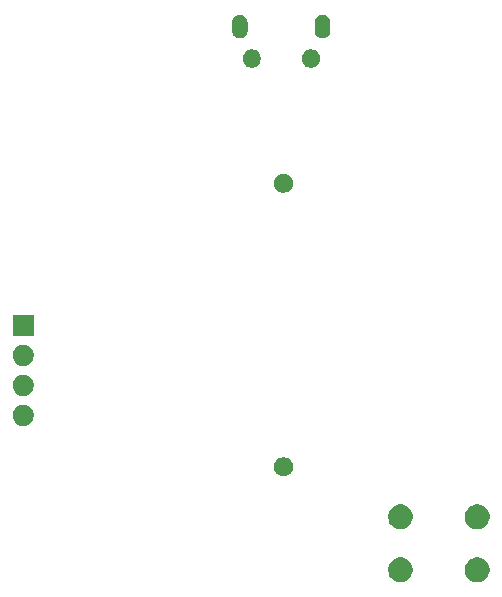
<source format=gbs>
G04 #@! TF.GenerationSoftware,KiCad,Pcbnew,(5.1.5)-3*
G04 #@! TF.CreationDate,2020-02-19T13:12:14+05:30*
G04 #@! TF.ProjectId,task_1,7461736b-5f31-42e6-9b69-6361645f7063,rev?*
G04 #@! TF.SameCoordinates,Original*
G04 #@! TF.FileFunction,Soldermask,Bot*
G04 #@! TF.FilePolarity,Negative*
%FSLAX46Y46*%
G04 Gerber Fmt 4.6, Leading zero omitted, Abs format (unit mm)*
G04 Created by KiCad (PCBNEW (5.1.5)-3) date 2020-02-19 13:12:14*
%MOMM*%
%LPD*%
G04 APERTURE LIST*
%ADD10C,0.100000*%
G04 APERTURE END LIST*
D10*
G36*
X200204508Y-106359582D02*
G01*
X200395741Y-106438793D01*
X200567847Y-106553791D01*
X200714209Y-106700153D01*
X200829207Y-106872259D01*
X200908418Y-107063492D01*
X200948800Y-107266505D01*
X200948800Y-107473495D01*
X200908418Y-107676508D01*
X200829207Y-107867741D01*
X200714209Y-108039847D01*
X200567847Y-108186209D01*
X200395741Y-108301207D01*
X200204508Y-108380418D01*
X200001495Y-108420800D01*
X199794505Y-108420800D01*
X199591492Y-108380418D01*
X199400259Y-108301207D01*
X199228153Y-108186209D01*
X199081791Y-108039847D01*
X198966793Y-107867741D01*
X198887582Y-107676508D01*
X198847200Y-107473495D01*
X198847200Y-107266505D01*
X198887582Y-107063492D01*
X198966793Y-106872259D01*
X199081791Y-106700153D01*
X199228153Y-106553791D01*
X199400259Y-106438793D01*
X199591492Y-106359582D01*
X199794505Y-106319200D01*
X200001495Y-106319200D01*
X200204508Y-106359582D01*
G37*
G36*
X206704508Y-106359582D02*
G01*
X206895741Y-106438793D01*
X207067847Y-106553791D01*
X207214209Y-106700153D01*
X207329207Y-106872259D01*
X207408418Y-107063492D01*
X207448800Y-107266505D01*
X207448800Y-107473495D01*
X207408418Y-107676508D01*
X207329207Y-107867741D01*
X207214209Y-108039847D01*
X207067847Y-108186209D01*
X206895741Y-108301207D01*
X206704508Y-108380418D01*
X206501495Y-108420800D01*
X206294505Y-108420800D01*
X206091492Y-108380418D01*
X205900259Y-108301207D01*
X205728153Y-108186209D01*
X205581791Y-108039847D01*
X205466793Y-107867741D01*
X205387582Y-107676508D01*
X205347200Y-107473495D01*
X205347200Y-107266505D01*
X205387582Y-107063492D01*
X205466793Y-106872259D01*
X205581791Y-106700153D01*
X205728153Y-106553791D01*
X205900259Y-106438793D01*
X206091492Y-106359582D01*
X206294505Y-106319200D01*
X206501495Y-106319200D01*
X206704508Y-106359582D01*
G37*
G36*
X206704508Y-101859582D02*
G01*
X206895741Y-101938793D01*
X207067847Y-102053791D01*
X207214209Y-102200153D01*
X207329207Y-102372259D01*
X207408418Y-102563492D01*
X207448800Y-102766505D01*
X207448800Y-102973495D01*
X207408418Y-103176508D01*
X207329207Y-103367741D01*
X207214209Y-103539847D01*
X207067847Y-103686209D01*
X206895741Y-103801207D01*
X206704508Y-103880418D01*
X206501495Y-103920800D01*
X206294505Y-103920800D01*
X206091492Y-103880418D01*
X205900259Y-103801207D01*
X205728153Y-103686209D01*
X205581791Y-103539847D01*
X205466793Y-103367741D01*
X205387582Y-103176508D01*
X205347200Y-102973495D01*
X205347200Y-102766505D01*
X205387582Y-102563492D01*
X205466793Y-102372259D01*
X205581791Y-102200153D01*
X205728153Y-102053791D01*
X205900259Y-101938793D01*
X206091492Y-101859582D01*
X206294505Y-101819200D01*
X206501495Y-101819200D01*
X206704508Y-101859582D01*
G37*
G36*
X200204508Y-101859582D02*
G01*
X200395741Y-101938793D01*
X200567847Y-102053791D01*
X200714209Y-102200153D01*
X200829207Y-102372259D01*
X200908418Y-102563492D01*
X200948800Y-102766505D01*
X200948800Y-102973495D01*
X200908418Y-103176508D01*
X200829207Y-103367741D01*
X200714209Y-103539847D01*
X200567847Y-103686209D01*
X200395741Y-103801207D01*
X200204508Y-103880418D01*
X200001495Y-103920800D01*
X199794505Y-103920800D01*
X199591492Y-103880418D01*
X199400259Y-103801207D01*
X199228153Y-103686209D01*
X199081791Y-103539847D01*
X198966793Y-103367741D01*
X198887582Y-103176508D01*
X198847200Y-102973495D01*
X198847200Y-102766505D01*
X198887582Y-102563492D01*
X198966793Y-102372259D01*
X199081791Y-102200153D01*
X199228153Y-102053791D01*
X199400259Y-101938793D01*
X199591492Y-101859582D01*
X199794505Y-101819200D01*
X200001495Y-101819200D01*
X200204508Y-101859582D01*
G37*
G36*
X190229086Y-97865435D02*
G01*
X190377003Y-97926704D01*
X190510134Y-98015660D01*
X190623340Y-98128866D01*
X190712296Y-98261997D01*
X190773565Y-98409914D01*
X190804800Y-98566946D01*
X190804800Y-98727054D01*
X190773565Y-98884086D01*
X190712296Y-99032003D01*
X190623340Y-99165134D01*
X190510134Y-99278340D01*
X190377003Y-99367296D01*
X190229086Y-99428565D01*
X190072054Y-99459800D01*
X189911946Y-99459800D01*
X189754914Y-99428565D01*
X189606997Y-99367296D01*
X189473866Y-99278340D01*
X189360660Y-99165134D01*
X189271704Y-99032003D01*
X189210435Y-98884086D01*
X189179200Y-98727054D01*
X189179200Y-98566946D01*
X189210435Y-98409914D01*
X189271704Y-98261997D01*
X189360660Y-98128866D01*
X189473866Y-98015660D01*
X189606997Y-97926704D01*
X189754914Y-97865435D01*
X189911946Y-97834200D01*
X190072054Y-97834200D01*
X190229086Y-97865435D01*
G37*
G36*
X168220254Y-93431317D02*
G01*
X168384189Y-93499221D01*
X168531727Y-93597803D01*
X168657197Y-93723273D01*
X168755779Y-93870811D01*
X168823683Y-94034746D01*
X168858300Y-94208779D01*
X168858300Y-94386221D01*
X168823683Y-94560254D01*
X168755779Y-94724189D01*
X168657197Y-94871727D01*
X168531727Y-94997197D01*
X168384189Y-95095779D01*
X168220254Y-95163683D01*
X168046221Y-95198300D01*
X167868779Y-95198300D01*
X167694746Y-95163683D01*
X167530811Y-95095779D01*
X167383273Y-94997197D01*
X167257803Y-94871727D01*
X167159221Y-94724189D01*
X167091317Y-94560254D01*
X167056700Y-94386221D01*
X167056700Y-94208779D01*
X167091317Y-94034746D01*
X167159221Y-93870811D01*
X167257803Y-93723273D01*
X167383273Y-93597803D01*
X167530811Y-93499221D01*
X167694746Y-93431317D01*
X167868779Y-93396700D01*
X168046221Y-93396700D01*
X168220254Y-93431317D01*
G37*
G36*
X168220254Y-90891317D02*
G01*
X168384189Y-90959221D01*
X168531727Y-91057803D01*
X168657197Y-91183273D01*
X168755779Y-91330811D01*
X168823683Y-91494746D01*
X168858300Y-91668779D01*
X168858300Y-91846221D01*
X168823683Y-92020254D01*
X168755779Y-92184189D01*
X168657197Y-92331727D01*
X168531727Y-92457197D01*
X168384189Y-92555779D01*
X168220254Y-92623683D01*
X168046221Y-92658300D01*
X167868779Y-92658300D01*
X167694746Y-92623683D01*
X167530811Y-92555779D01*
X167383273Y-92457197D01*
X167257803Y-92331727D01*
X167159221Y-92184189D01*
X167091317Y-92020254D01*
X167056700Y-91846221D01*
X167056700Y-91668779D01*
X167091317Y-91494746D01*
X167159221Y-91330811D01*
X167257803Y-91183273D01*
X167383273Y-91057803D01*
X167530811Y-90959221D01*
X167694746Y-90891317D01*
X167868779Y-90856700D01*
X168046221Y-90856700D01*
X168220254Y-90891317D01*
G37*
G36*
X168220254Y-88351317D02*
G01*
X168384189Y-88419221D01*
X168531727Y-88517803D01*
X168657197Y-88643273D01*
X168755779Y-88790811D01*
X168823683Y-88954746D01*
X168858300Y-89128779D01*
X168858300Y-89306221D01*
X168823683Y-89480254D01*
X168755779Y-89644189D01*
X168657197Y-89791727D01*
X168531727Y-89917197D01*
X168384189Y-90015779D01*
X168220254Y-90083683D01*
X168046221Y-90118300D01*
X167868779Y-90118300D01*
X167694746Y-90083683D01*
X167530811Y-90015779D01*
X167383273Y-89917197D01*
X167257803Y-89791727D01*
X167159221Y-89644189D01*
X167091317Y-89480254D01*
X167056700Y-89306221D01*
X167056700Y-89128779D01*
X167091317Y-88954746D01*
X167159221Y-88790811D01*
X167257803Y-88643273D01*
X167383273Y-88517803D01*
X167530811Y-88419221D01*
X167694746Y-88351317D01*
X167868779Y-88316700D01*
X168046221Y-88316700D01*
X168220254Y-88351317D01*
G37*
G36*
X168858300Y-87578300D02*
G01*
X167056700Y-87578300D01*
X167056700Y-85776700D01*
X168858300Y-85776700D01*
X168858300Y-87578300D01*
G37*
G36*
X190229086Y-73856335D02*
G01*
X190377003Y-73917604D01*
X190510134Y-74006560D01*
X190623340Y-74119766D01*
X190712296Y-74252897D01*
X190773565Y-74400814D01*
X190804800Y-74557846D01*
X190804800Y-74717954D01*
X190773565Y-74874986D01*
X190712296Y-75022903D01*
X190623340Y-75156034D01*
X190510134Y-75269240D01*
X190377003Y-75358196D01*
X190229086Y-75419465D01*
X190072054Y-75450700D01*
X189911946Y-75450700D01*
X189754914Y-75419465D01*
X189606997Y-75358196D01*
X189473866Y-75269240D01*
X189360660Y-75156034D01*
X189271704Y-75022903D01*
X189210435Y-74874986D01*
X189179200Y-74717954D01*
X189179200Y-74557846D01*
X189210435Y-74400814D01*
X189271704Y-74252897D01*
X189360660Y-74119766D01*
X189473866Y-74006560D01*
X189606997Y-73917604D01*
X189754914Y-73856335D01*
X189911946Y-73825100D01*
X190072054Y-73825100D01*
X190229086Y-73856335D01*
G37*
G36*
X192527793Y-63327513D02*
G01*
X192668979Y-63385994D01*
X192796045Y-63470897D01*
X192904103Y-63578955D01*
X192989006Y-63706021D01*
X193047487Y-63847207D01*
X193077300Y-63997090D01*
X193077300Y-64149910D01*
X193047487Y-64299793D01*
X192989006Y-64440979D01*
X192904103Y-64568045D01*
X192796045Y-64676103D01*
X192668979Y-64761006D01*
X192527793Y-64819487D01*
X192377910Y-64849300D01*
X192225090Y-64849300D01*
X192075207Y-64819487D01*
X191934021Y-64761006D01*
X191806955Y-64676103D01*
X191698897Y-64568045D01*
X191613994Y-64440979D01*
X191555513Y-64299793D01*
X191525700Y-64149910D01*
X191525700Y-63997090D01*
X191555513Y-63847207D01*
X191613994Y-63706021D01*
X191698897Y-63578955D01*
X191806955Y-63470897D01*
X191934021Y-63385994D01*
X192075207Y-63327513D01*
X192225090Y-63297700D01*
X192377910Y-63297700D01*
X192527793Y-63327513D01*
G37*
G36*
X187527793Y-63327513D02*
G01*
X187668979Y-63385994D01*
X187796045Y-63470897D01*
X187904103Y-63578955D01*
X187989006Y-63706021D01*
X188047487Y-63847207D01*
X188077300Y-63997090D01*
X188077300Y-64149910D01*
X188047487Y-64299793D01*
X187989006Y-64440979D01*
X187904103Y-64568045D01*
X187796045Y-64676103D01*
X187668979Y-64761006D01*
X187527793Y-64819487D01*
X187377910Y-64849300D01*
X187225090Y-64849300D01*
X187075207Y-64819487D01*
X186934021Y-64761006D01*
X186806955Y-64676103D01*
X186698897Y-64568045D01*
X186613994Y-64440979D01*
X186555513Y-64299793D01*
X186525700Y-64149910D01*
X186525700Y-63997090D01*
X186555513Y-63847207D01*
X186613994Y-63706021D01*
X186698897Y-63578955D01*
X186806955Y-63470897D01*
X186934021Y-63385994D01*
X187075207Y-63327513D01*
X187225090Y-63297700D01*
X187377910Y-63297700D01*
X187527793Y-63327513D01*
G37*
G36*
X193429074Y-60382116D02*
G01*
X193429077Y-60382117D01*
X193429078Y-60382117D01*
X193457842Y-60390843D01*
X193551753Y-60419330D01*
X193664813Y-60479762D01*
X193763911Y-60561089D01*
X193845238Y-60660186D01*
X193875453Y-60716715D01*
X193905670Y-60773246D01*
X193942884Y-60895925D01*
X193952300Y-60991531D01*
X193952300Y-61755469D01*
X193942884Y-61851075D01*
X193905670Y-61973754D01*
X193905669Y-61973755D01*
X193845238Y-62086814D01*
X193763911Y-62185911D01*
X193664814Y-62267238D01*
X193551754Y-62327670D01*
X193457843Y-62356157D01*
X193429079Y-62364883D01*
X193429078Y-62364883D01*
X193429075Y-62364884D01*
X193301500Y-62377449D01*
X193173926Y-62364884D01*
X193173923Y-62364883D01*
X193173922Y-62364883D01*
X193145158Y-62356157D01*
X193051247Y-62327670D01*
X192994716Y-62297453D01*
X192938187Y-62267238D01*
X192839090Y-62185911D01*
X192757763Y-62086814D01*
X192697331Y-61973755D01*
X192660117Y-61851079D01*
X192660117Y-61851078D01*
X192660116Y-61851075D01*
X192650700Y-61755469D01*
X192650700Y-60991532D01*
X192660116Y-60895926D01*
X192660118Y-60895921D01*
X192668843Y-60867158D01*
X192697330Y-60773247D01*
X192757763Y-60660186D01*
X192757764Y-60660185D01*
X192839089Y-60561089D01*
X192938186Y-60479762D01*
X193051246Y-60419330D01*
X193145157Y-60390843D01*
X193173921Y-60382117D01*
X193173922Y-60382117D01*
X193173925Y-60382116D01*
X193301500Y-60369551D01*
X193429074Y-60382116D01*
G37*
G36*
X186429075Y-60382116D02*
G01*
X186429078Y-60382117D01*
X186429079Y-60382117D01*
X186457843Y-60390843D01*
X186551754Y-60419330D01*
X186664814Y-60479762D01*
X186763911Y-60561089D01*
X186845238Y-60660186D01*
X186875453Y-60716715D01*
X186905670Y-60773246D01*
X186942884Y-60895925D01*
X186952300Y-60991531D01*
X186952300Y-61755469D01*
X186942884Y-61851075D01*
X186905670Y-61973754D01*
X186905669Y-61973755D01*
X186845238Y-62086814D01*
X186763911Y-62185911D01*
X186664813Y-62267238D01*
X186551753Y-62327670D01*
X186457842Y-62356157D01*
X186429078Y-62364883D01*
X186429077Y-62364883D01*
X186429074Y-62364884D01*
X186301500Y-62377449D01*
X186173925Y-62364884D01*
X186173922Y-62364883D01*
X186173921Y-62364883D01*
X186145157Y-62356157D01*
X186051246Y-62327670D01*
X185994715Y-62297453D01*
X185938186Y-62267238D01*
X185839089Y-62185911D01*
X185757762Y-62086813D01*
X185727547Y-62030284D01*
X185697330Y-61973753D01*
X185668843Y-61879842D01*
X185660117Y-61851078D01*
X185660117Y-61851077D01*
X185660116Y-61851074D01*
X185650700Y-61755468D01*
X185650700Y-60991531D01*
X185660116Y-60895925D01*
X185660117Y-60895921D01*
X185697331Y-60773245D01*
X185757763Y-60660186D01*
X185839090Y-60561089D01*
X185938187Y-60479762D01*
X186051247Y-60419330D01*
X186145158Y-60390843D01*
X186173922Y-60382117D01*
X186173923Y-60382117D01*
X186173926Y-60382116D01*
X186301500Y-60369551D01*
X186429075Y-60382116D01*
G37*
M02*

</source>
